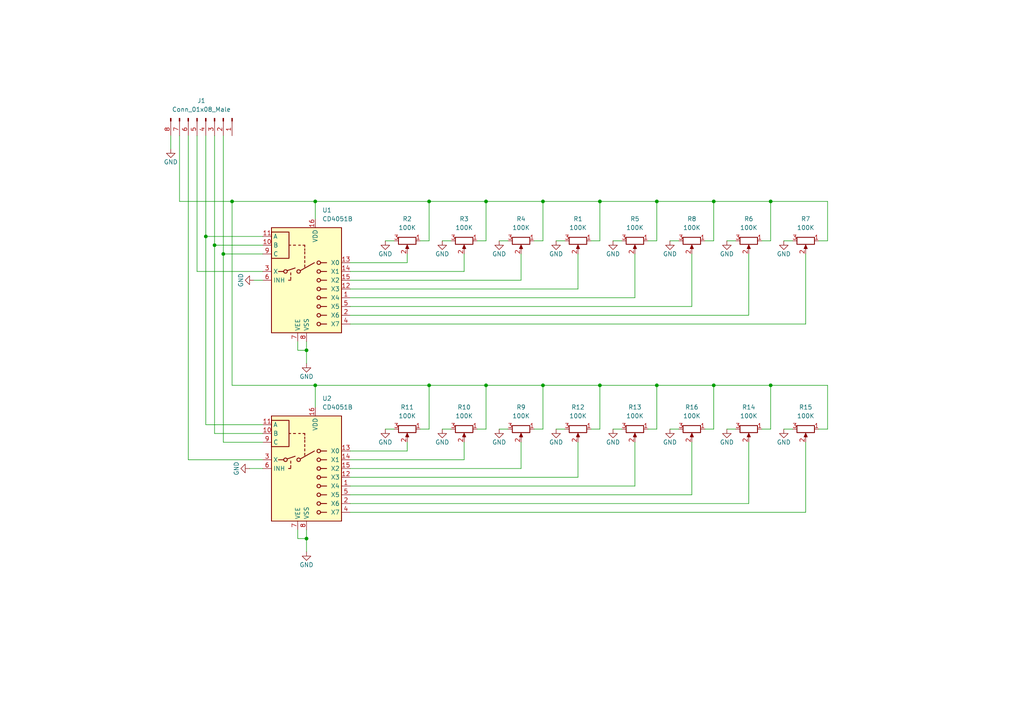
<source format=kicad_sch>
(kicad_sch (version 20211123) (generator eeschema)
  (paper "A4")
  (title_block (title "Daisy Seed Development Kit Potentiometer Array") (date "2023-11-05") (rev "1.0.1"))
  (lib_symbols
    (symbol "Analog_Switch:CD4051B"
      (property "Reference" "U" (at -10.16 16.51 0))
      (property "Value" "CD4051B" (at 3.81 16.51 0))
      (symbol "CD4051B_0_1"
        (rectangle (start -10.16 6.35) (end -5.08 13.97) (stroke (width 0.254)))
        (rectangle (start -10.16 15.24) (end 10.16 -15.24) (stroke (width 0.254)) (fill (type background)))
        (circle (center -6.096 2.54) (radius 0.508) (stroke (width 0.254)))
        (circle (center -2.286 2.54) (radius 0.508) (stroke (width 0.254)))
        (polyline (pts (xy -8.128 2.54) (xy -6.604 2.54)) (stroke (width 0.254)))
        (polyline (pts (xy -5.588 2.794) (xy -3.302 3.556)) (stroke (width 0.254)))
        (polyline (pts (xy -4.572 0) (xy -5.207 0)) (stroke (width 0.254)))
        (polyline (pts (xy -4.572 0.254) (xy -4.572 0.889)) (stroke (width 0.254)))
        (polyline (pts (xy -4.572 1.524) (xy -4.572 2.159)) (stroke (width 0.254)))
        (polyline (pts (xy -4.572 10.16) (xy -5.08 10.16)) (stroke (width 0.254)))
        (polyline (pts (xy -3.81 10.16) (xy -3.175 10.16)) (stroke (width 0.254)))
        (polyline (pts (xy -1.778 2.794) (xy 2.286 5.08)) (stroke (width 0.254)))
        (polyline (pts (xy -1.778 10.16) (xy -2.286 10.16)) (stroke (width 0.254)))
        (polyline (pts (xy -0.508 3.81) (xy -0.508 4.445)) (stroke (width 0.254)))
        (polyline (pts (xy -0.508 5.08) (xy -0.508 5.715)) (stroke (width 0.254)))
        (polyline (pts (xy -0.508 6.35) (xy -0.508 6.985)) (stroke (width 0.254)))
        (polyline (pts (xy -0.508 7.62) (xy -0.508 8.255)) (stroke (width 0.254)))
        (polyline (pts (xy -0.508 8.636) (xy -0.508 9.144)) (stroke (width 0.254)))
        (polyline (pts (xy -0.508 9.652) (xy -0.508 10.16)) (stroke (width 0.254)))
        (polyline (pts (xy -0.508 10.16) (xy -1.016 10.16)) (stroke (width 0.254)))
        (polyline (pts (xy 4.064 -12.7) (xy 5.842 -12.7)) (stroke (width 0.254)))
        (polyline (pts (xy 4.064 -10.16) (xy 5.842 -10.16)) (stroke (width 0.254)))
        (polyline (pts (xy 4.064 -7.62) (xy 5.842 -7.62)) (stroke (width 0.254)))
        (polyline (pts (xy 4.064 -5.08) (xy 5.842 -5.08)) (stroke (width 0.254)))
        (polyline (pts (xy 4.064 -2.54) (xy 5.842 -2.54)) (stroke (width 0.254)))
        (polyline (pts (xy 4.064 0) (xy 5.842 0)) (stroke (width 0.254)))
        (polyline (pts (xy 4.064 2.54) (xy 5.842 2.54)) (stroke (width 0.254)))
        (polyline (pts (xy 4.064 5.08) (xy 5.842 5.08)) (stroke (width 0.254)))
        (circle (center 3.556 -12.7) (radius 0.508) (stroke (width 0.254)))
        (circle (center 3.556 -10.16) (radius 0.508) (stroke (width 0.254)))
        (circle (center 3.556 -7.62) (radius 0.508) (stroke (width 0.254)))
        (circle (center 3.556 -5.08) (radius 0.508) (stroke (width 0.254)))
        (circle (center 3.556 -2.54) (radius 0.508) (stroke (width 0.254)))
        (circle (center 3.556 0) (radius 0.508) (stroke (width 0.254)))
        (circle (center 3.556 2.54) (radius 0.508) (stroke (width 0.254)))
        (circle (center 3.556 5.08) (radius 0.508) (stroke (width 0.254)))
      )
      (symbol "CD4051B_1_1"
        (pin bidirectional line (at 12.7 -5.08 180) (length 2.54) (name "X4") (number "1"))
        (pin input line (at -12.7 10.16 0) (length 2.54) (name "B") (number "10"))
        (pin input line (at -12.7 12.7 0) (length 2.54) (name "A") (number "11"))
        (pin bidirectional line (at 12.7 -2.54 180) (length 2.54) (name "X3") (number "12"))
        (pin bidirectional line (at 12.7 5.08 180) (length 2.54) (name "X0") (number "13"))
        (pin bidirectional line (at 12.7 2.54 180) (length 2.54) (name "X1") (number "14"))
        (pin bidirectional line (at 12.7 0 180) (length 2.54) (name "X2") (number "15"))
        (pin power_in line (at 2.54 17.78 270) (length 2.54) (name "VDD") (number "16"))
        (pin bidirectional line (at 12.7 -10.16 180) (length 2.54) (name "X6") (number "2"))
        (pin bidirectional line (at -12.7 2.54 0) (length 2.54) (name "X") (number "3"))
        (pin bidirectional line (at 12.7 -12.7 180) (length 2.54) (name "X7") (number "4"))
        (pin bidirectional line (at 12.7 -7.62 180) (length 2.54) (name "X5") (number "5"))
        (pin input line (at -12.7 0 0) (length 2.54) (name "INH") (number "6"))
        (pin power_in line (at -2.54 -17.78 90) (length 2.54) (name "VEE") (number "7"))
        (pin power_in line (at 0 -17.78 90) (length 2.54) (name "VSS") (number "8"))
        (pin input line (at -12.7 7.62 0) (length 2.54) (name "C") (number "9"))
      )
    )
    (symbol "Connector:Conn_01x08_Male" (pin_names (offset 1.016) hide)
      (property "Reference" "J" (at 0 10.16 0))
      (property "Value" "Conn_01x08_Male" (at 0 -12.7 0))
      (symbol "Conn_01x08_Male_1_1"
        (polyline (pts (xy 1.27 -10.16) (xy 0.8636 -10.16)) (stroke (width 0.1524)))
        (polyline (pts (xy 1.27 -7.62) (xy 0.8636 -7.62)) (stroke (width 0.1524)))
        (polyline (pts (xy 1.27 -5.08) (xy 0.8636 -5.08)) (stroke (width 0.1524)))
        (polyline (pts (xy 1.27 -2.54) (xy 0.8636 -2.54)) (stroke (width 0.1524)))
        (polyline (pts (xy 1.27 0) (xy 0.8636 0)) (stroke (width 0.1524)))
        (polyline (pts (xy 1.27 2.54) (xy 0.8636 2.54)) (stroke (width 0.1524)))
        (polyline (pts (xy 1.27 5.08) (xy 0.8636 5.08)) (stroke (width 0.1524)))
        (polyline (pts (xy 1.27 7.62) (xy 0.8636 7.62)) (stroke (width 0.1524)))
        (rectangle (start 0.8636 -10.033) (end 0 -10.287) (stroke (width 0.1524)) (fill (type outline)))
        (rectangle (start 0.8636 -7.493) (end 0 -7.747) (stroke (width 0.1524)) (fill (type outline)))
        (rectangle (start 0.8636 -4.953) (end 0 -5.207) (stroke (width 0.1524)) (fill (type outline)))
        (rectangle (start 0.8636 -2.413) (end 0 -2.667) (stroke (width 0.1524)) (fill (type outline)))
        (rectangle (start 0.8636 0.127) (end 0 -0.127) (stroke (width 0.1524)) (fill (type outline)))
        (rectangle (start 0.8636 2.667) (end 0 2.413) (stroke (width 0.1524)) (fill (type outline)))
        (rectangle (start 0.8636 5.207) (end 0 4.953) (stroke (width 0.1524)) (fill (type outline)))
        (rectangle (start 0.8636 7.747) (end 0 7.493) (stroke (width 0.1524)) (fill (type outline)))
        (pin passive line (at 5.08 7.62 180) (length 3.81) (name "Pin_1") (number "1"))
        (pin passive line (at 5.08 5.08 180) (length 3.81) (name "Pin_2") (number "2"))
        (pin passive line (at 5.08 2.54 180) (length 3.81) (name "Pin_3") (number "3"))
        (pin passive line (at 5.08 0 180) (length 3.81) (name "Pin_4") (number "4"))
        (pin passive line (at 5.08 -2.54 180) (length 3.81) (name "Pin_5") (number "5"))
        (pin passive line (at 5.08 -5.08 180) (length 3.81) (name "Pin_6") (number "6"))
        (pin passive line (at 5.08 -7.62 180) (length 3.81) (name "Pin_7") (number "7"))
        (pin passive line (at 5.08 -10.16 180) (length 3.81) (name "Pin_8") (number "8"))
      )
    )
    (symbol "Device:R_Potentiometer" (pin_names (offset 1.016) hide)
      (property "Reference" "RV" (at -4.445 0 90))
      (property "Value" "R_Potentiometer" (at -2.54 0 90))
      (symbol "R_Potentiometer_0_1"
        (polyline (pts (xy 2.54 0) (xy 1.524 0)))
        (polyline (pts (xy 1.143 0) (xy 2.286 0.508) (xy 2.286 -0.508) (xy 1.143 0)) (fill (type outline)))
        (rectangle (start 1.016 2.54) (end -1.016 -2.54) (stroke (width 0.254)))
      )
      (symbol "R_Potentiometer_1_1"
        (pin passive line (at 0 3.81 270) (length 1.27) (name "1") (number "1"))
        (pin passive line (at 3.81 0 180) (length 1.27) (name "2") (number "2"))
        (pin passive line (at 0 -3.81 90) (length 1.27) (name "3") (number "3"))
      )
    )
    (symbol "power:GND" (power) (pin_names (offset 0))
      (property "Value" "GND" (at 0 -3.81 0))
      (symbol "GND_0_1"
        (polyline (pts (xy 0 0) (xy 0 -1.27) (xy 1.27 -1.27) (xy 0 -2.54) (xy -1.27 -1.27) (xy 0 -1.27)))
      )
      (symbol "GND_1_1"
        (pin power_in line (at 0 0 270) (length 0) hide (name "GND") (number "1"))
      )
    )
  )
  (junction (at 140.97 58.42))
  (junction (at 91.44 111.76))
  (junction (at 173.99 58.42))
  (junction (at 157.48 111.76))
  (junction (at 207.01 58.42))
  (junction (at 88.9 101.6))
  (junction (at 64.77 73.66))
  (junction (at 157.48 58.42))
  (junction (at 124.46 111.76))
  (junction (at 173.99 111.76))
  (junction (at 190.5 58.42))
  (junction (at 62.23 71.12))
  (junction (at 207.01 111.76))
  (junction (at 88.9 156.21))
  (junction (at 140.97 111.76))
  (junction (at 223.52 58.42))
  (junction (at 124.46 58.42))
  (junction (at 59.69 68.58))
  (junction (at 91.44 58.42))
  (junction (at 190.5 111.76))
  (junction (at 223.52 111.76))
  (junction (at 67.31 58.42))
  (wire (pts (xy 101.6 146.05) (xy 217.17 146.05)))
  (wire (pts (xy 88.9 105.41) (xy 88.9 101.6)))
  (wire (pts (xy 140.97 111.76) (xy 157.48 111.76)))
  (wire (pts (xy 207.01 58.42) (xy 223.52 58.42)))
  (wire (pts (xy 101.6 88.9) (xy 200.66 88.9)))
  (wire (pts (xy 52.07 39.37) (xy 52.07 58.42)))
  (wire (pts (xy 101.6 81.28) (xy 151.13 81.28)))
  (wire (pts (xy 54.61 39.37) (xy 54.61 133.35)))
  (wire (pts (xy 121.92 124.46) (xy 124.46 124.46)))
  (wire (pts (xy 204.47 124.46) (xy 207.01 124.46)))
  (wire (pts (xy 157.48 111.76) (xy 173.99 111.76)))
  (wire (pts (xy 64.77 39.37) (xy 64.77 73.66)))
  (wire (pts (xy 101.6 86.36) (xy 184.15 86.36)))
  (wire (pts (xy 237.49 124.46) (xy 240.03 124.46)))
  (wire (pts (xy 101.6 143.51) (xy 200.66 143.51)))
  (wire (pts (xy 220.98 69.85) (xy 223.52 69.85)))
  (wire (pts (xy 118.11 130.81) (xy 101.6 130.81)))
  (wire (pts (xy 187.96 124.46) (xy 190.5 124.46)))
  (wire (pts (xy 76.2 128.27) (xy 64.77 128.27)))
  (wire (pts (xy 161.29 124.46) (xy 163.83 124.46)))
  (wire (pts (xy 190.5 111.76) (xy 190.5 124.46)))
  (wire (pts (xy 76.2 78.74) (xy 57.15 78.74)))
  (wire (pts (xy 167.64 138.43) (xy 167.64 128.27)))
  (wire (pts (xy 57.15 78.74) (xy 57.15 39.37)))
  (wire (pts (xy 138.43 69.85) (xy 140.97 69.85)))
  (wire (pts (xy 91.44 58.42) (xy 67.31 58.42)))
  (wire (pts (xy 223.52 111.76) (xy 240.03 111.76)))
  (wire (pts (xy 101.6 93.98) (xy 233.68 93.98)))
  (wire (pts (xy 204.47 69.85) (xy 207.01 69.85)))
  (wire (pts (xy 237.49 69.85) (xy 240.03 69.85)))
  (wire (pts (xy 217.17 146.05) (xy 217.17 128.27)))
  (wire (pts (xy 151.13 81.28) (xy 151.13 73.66)))
  (wire (pts (xy 52.07 58.42) (xy 67.31 58.42)))
  (wire (pts (xy 101.6 140.97) (xy 184.15 140.97)))
  (wire (pts (xy 154.94 69.85) (xy 157.48 69.85)))
  (wire (pts (xy 88.9 160.02) (xy 88.9 156.21)))
  (wire (pts (xy 59.69 39.37) (xy 59.69 68.58)))
  (wire (pts (xy 86.36 99.06) (xy 86.36 101.6)))
  (wire (pts (xy 173.99 111.76) (xy 173.99 124.46)))
  (wire (pts (xy 190.5 58.42) (xy 190.5 69.85)))
  (wire (pts (xy 154.94 124.46) (xy 157.48 124.46)))
  (wire (pts (xy 73.66 81.28) (xy 76.2 81.28)))
  (wire (pts (xy 220.98 124.46) (xy 223.52 124.46)))
  (wire (pts (xy 223.52 58.42) (xy 240.03 58.42)))
  (wire (pts (xy 140.97 58.42) (xy 157.48 58.42)))
  (wire (pts (xy 207.01 111.76) (xy 223.52 111.76)))
  (wire (pts (xy 111.76 69.85) (xy 114.3 69.85)))
  (wire (pts (xy 200.66 143.51) (xy 200.66 128.27)))
  (wire (pts (xy 76.2 73.66) (xy 64.77 73.66)))
  (wire (pts (xy 124.46 111.76) (xy 124.46 124.46)))
  (wire (pts (xy 101.6 135.89) (xy 151.13 135.89)))
  (wire (pts (xy 184.15 86.36) (xy 184.15 73.66)))
  (wire (pts (xy 194.31 69.85) (xy 196.85 69.85)))
  (wire (pts (xy 124.46 58.42) (xy 124.46 69.85)))
  (wire (pts (xy 134.62 133.35) (xy 134.62 128.27)))
  (wire (pts (xy 227.33 69.85) (xy 229.87 69.85)))
  (wire (pts (xy 101.6 83.82) (xy 167.64 83.82)))
  (wire (pts (xy 171.45 124.46) (xy 173.99 124.46)))
  (wire (pts (xy 140.97 111.76) (xy 140.97 124.46)))
  (wire (pts (xy 144.78 69.85) (xy 147.32 69.85)))
  (wire (pts (xy 64.77 73.66) (xy 64.77 128.27)))
  (wire (pts (xy 173.99 111.76) (xy 190.5 111.76)))
  (wire (pts (xy 134.62 78.74) (xy 134.62 73.66)))
  (wire (pts (xy 173.99 58.42) (xy 190.5 58.42)))
  (wire (pts (xy 138.43 124.46) (xy 140.97 124.46)))
  (wire (pts (xy 76.2 68.58) (xy 59.69 68.58)))
  (wire (pts (xy 227.33 124.46) (xy 229.87 124.46)))
  (wire (pts (xy 88.9 156.21) (xy 88.9 153.67)))
  (wire (pts (xy 101.6 148.59) (xy 233.68 148.59)))
  (wire (pts (xy 184.15 140.97) (xy 184.15 128.27)))
  (wire (pts (xy 210.82 69.85) (xy 213.36 69.85)))
  (wire (pts (xy 86.36 101.6) (xy 88.9 101.6)))
  (wire (pts (xy 233.68 93.98) (xy 233.68 73.66)))
  (wire (pts (xy 207.01 111.76) (xy 207.01 124.46)))
  (wire (pts (xy 72.39 135.89) (xy 76.2 135.89)))
  (wire (pts (xy 124.46 58.42) (xy 140.97 58.42)))
  (wire (pts (xy 76.2 123.19) (xy 59.69 123.19)))
  (wire (pts (xy 128.27 69.85) (xy 130.81 69.85)))
  (wire (pts (xy 111.76 124.46) (xy 114.3 124.46)))
  (wire (pts (xy 118.11 73.66) (xy 118.11 76.2)))
  (wire (pts (xy 207.01 58.42) (xy 207.01 69.85)))
  (wire (pts (xy 161.29 69.85) (xy 163.83 69.85)))
  (wire (pts (xy 76.2 71.12) (xy 62.23 71.12)))
  (wire (pts (xy 76.2 125.73) (xy 62.23 125.73)))
  (wire (pts (xy 54.61 133.35) (xy 76.2 133.35)))
  (wire (pts (xy 187.96 69.85) (xy 190.5 69.85)))
  (wire (pts (xy 86.36 156.21) (xy 88.9 156.21)))
  (wire (pts (xy 91.44 111.76) (xy 67.31 111.76)))
  (wire (pts (xy 240.03 58.42) (xy 240.03 69.85)))
  (wire (pts (xy 101.6 133.35) (xy 134.62 133.35)))
  (wire (pts (xy 157.48 111.76) (xy 157.48 124.46)))
  (wire (pts (xy 101.6 78.74) (xy 134.62 78.74)))
  (wire (pts (xy 173.99 58.42) (xy 173.99 69.85)))
  (wire (pts (xy 210.82 124.46) (xy 213.36 124.46)))
  (wire (pts (xy 49.53 39.37) (xy 49.53 43.18)))
  (wire (pts (xy 194.31 124.46) (xy 196.85 124.46)))
  (wire (pts (xy 101.6 91.44) (xy 217.17 91.44)))
  (wire (pts (xy 118.11 128.27) (xy 118.11 130.81)))
  (wire (pts (xy 223.52 58.42) (xy 223.52 69.85)))
  (wire (pts (xy 59.69 68.58) (xy 59.69 123.19)))
  (wire (pts (xy 91.44 58.42) (xy 91.44 63.5)))
  (wire (pts (xy 177.8 124.46) (xy 180.34 124.46)))
  (wire (pts (xy 233.68 148.59) (xy 233.68 128.27)))
  (wire (pts (xy 118.11 76.2) (xy 101.6 76.2)))
  (wire (pts (xy 121.92 69.85) (xy 124.46 69.85)))
  (wire (pts (xy 167.64 83.82) (xy 167.64 73.66)))
  (wire (pts (xy 124.46 111.76) (xy 140.97 111.76)))
  (wire (pts (xy 86.36 153.67) (xy 86.36 156.21)))
  (wire (pts (xy 62.23 71.12) (xy 62.23 125.73)))
  (wire (pts (xy 62.23 39.37) (xy 62.23 71.12)))
  (wire (pts (xy 91.44 111.76) (xy 124.46 111.76)))
  (wire (pts (xy 157.48 58.42) (xy 173.99 58.42)))
  (wire (pts (xy 91.44 111.76) (xy 91.44 118.11)))
  (wire (pts (xy 67.31 58.42) (xy 67.31 111.76)))
  (wire (pts (xy 217.17 91.44) (xy 217.17 73.66)))
  (wire (pts (xy 91.44 58.42) (xy 124.46 58.42)))
  (wire (pts (xy 171.45 69.85) (xy 173.99 69.85)))
  (wire (pts (xy 240.03 111.76) (xy 240.03 124.46)))
  (wire (pts (xy 200.66 88.9) (xy 200.66 73.66)))
  (wire (pts (xy 140.97 58.42) (xy 140.97 69.85)))
  (wire (pts (xy 101.6 138.43) (xy 167.64 138.43)))
  (wire (pts (xy 223.52 111.76) (xy 223.52 124.46)))
  (wire (pts (xy 151.13 135.89) (xy 151.13 128.27)))
  (wire (pts (xy 157.48 58.42) (xy 157.48 69.85)))
  (wire (pts (xy 128.27 124.46) (xy 130.81 124.46)))
  (wire (pts (xy 144.78 124.46) (xy 147.32 124.46)))
  (wire (pts (xy 177.8 69.85) (xy 180.34 69.85)))
  (wire (pts (xy 190.5 111.76) (xy 207.01 111.76)))
  (wire (pts (xy 88.9 101.6) (xy 88.9 99.06)))
  (wire (pts (xy 190.5 58.42) (xy 207.01 58.42)))
  (symbol (lib_id "Device:R_Potentiometer") (at 167.64 69.85 270) (unit 1)
    (property "Reference" "R1" (at 167.64 63.5 90))
    (property "Value" "100K" (at 167.64 66.04 90))
    (property "Footprint" "Potentiometer_THT:Potentiometer_Bourns_PTV09A-1_Single_Vertical" (effects hide))
  )
  (symbol (lib_id "Device:R_Potentiometer") (at 118.11 124.46 270) (unit 1)
    (property "Reference" "R11" (at 118.11 118.11 90))
    (property "Value" "100K" (at 118.11 120.65 90))
    (property "Footprint" "Potentiometer_THT:Potentiometer_Bourns_PTV09A-1_Single_Vertical" (effects hide))
  )
  (symbol (lib_id "power:GND") (at 194.31 124.46 0) (unit 1)
    (property "Reference" "#PWR0115" (effects hide))
    (property "Value" "GND" (at 194.31 128.27 0))
  )
  (symbol (lib_id "power:GND") (at 210.82 69.85 0) (unit 1)
    (property "Reference" "#PWR0111" (effects hide))
    (property "Value" "GND" (at 210.82 73.66 0))
  )
  (symbol (lib_id "Device:R_Potentiometer") (at 167.64 124.46 270) (unit 1)
    (property "Reference" "R12" (at 167.64 118.11 90))
    (property "Value" "100K" (at 167.64 120.65 90))
    (property "Footprint" "Potentiometer_THT:Potentiometer_Bourns_PTV09A-1_Single_Vertical" (effects hide))
  )
  (symbol (lib_id "Device:R_Potentiometer") (at 217.17 69.85 270) (unit 1)
    (property "Reference" "R6" (at 217.17 63.5 90))
    (property "Value" "100K" (at 217.17 66.04 90))
    (property "Footprint" "Potentiometer_THT:Potentiometer_Bourns_PTV09A-1_Single_Vertical" (effects hide))
  )
  (symbol (lib_id "power:GND") (at 72.39 135.89 270) (mirror x) (unit 1)
    (property "Reference" "#PWR0107" (effects hide))
    (property "Value" "GND" (at 68.58 135.89 0))
  )
  (symbol (lib_id "power:GND") (at 177.8 124.46 0) (unit 1)
    (property "Reference" "#PWR0116" (effects hide))
    (property "Value" "GND" (at 177.8 128.27 0))
  )
  (symbol (lib_id "Device:R_Potentiometer") (at 200.66 69.85 270) (unit 1)
    (property "Reference" "R8" (at 200.66 63.5 90))
    (property "Value" "100K" (at 200.66 66.04 90))
    (property "Footprint" "Potentiometer_THT:Potentiometer_Bourns_PTV09A-1_Single_Vertical" (effects hide))
  )
  (symbol (lib_id "power:GND") (at 161.29 69.85 0) (unit 1)
    (property "Reference" "#PWR0110" (effects hide))
    (property "Value" "GND" (at 161.29 73.66 0))
  )
  (symbol (lib_id "Device:R_Potentiometer") (at 233.68 124.46 270) (unit 1)
    (property "Reference" "R15" (at 233.68 118.11 90))
    (property "Value" "100K" (at 233.68 120.65 90))
    (property "Footprint" "Potentiometer_THT:Potentiometer_Bourns_PTV09A-1_Single_Vertical" (effects hide))
  )
  (symbol (lib_id "power:GND") (at 210.82 124.46 0) (unit 1)
    (property "Reference" "#PWR0117" (effects hide))
    (property "Value" "GND" (at 210.82 128.27 0))
  )
  (symbol (lib_id "Device:R_Potentiometer") (at 217.17 124.46 270) (unit 1)
    (property "Reference" "R14" (at 217.17 118.11 90))
    (property "Value" "100K" (at 217.17 120.65 90))
    (property "Footprint" "Potentiometer_THT:Potentiometer_Bourns_PTV09A-1_Single_Vertical" (effects hide))
  )
  (symbol (lib_id "power:GND") (at 144.78 69.85 0) (unit 1)
    (property "Reference" "#PWR0102" (effects hide))
    (property "Value" "GND" (at 144.78 73.66 0))
  )
  (symbol (lib_id "power:GND") (at 177.8 69.85 0) (unit 1)
    (property "Reference" "#PWR0105" (effects hide))
    (property "Value" "GND" (at 177.8 73.66 0))
  )
  (symbol (lib_id "power:GND") (at 111.76 69.85 0) (unit 1)
    (property "Reference" "#PWR0103" (effects hide))
    (property "Value" "GND" (at 111.76 73.66 0))
  )
  (symbol (lib_id "Device:R_Potentiometer") (at 200.66 124.46 270) (unit 1)
    (property "Reference" "R16" (at 200.66 118.11 90))
    (property "Value" "100K" (at 200.66 120.65 90))
    (property "Footprint" "Potentiometer_THT:Potentiometer_Bourns_PTV09A-1_Single_Vertical" (effects hide))
  )
  (symbol (lib_id "power:GND") (at 88.9 105.41 0) (mirror y) (unit 1)
    (property "Reference" "#PWR0106" (effects hide))
    (property "Value" "GND" (at 88.9 109.22 0))
  )
  (symbol (lib_id "power:GND") (at 128.27 124.46 0) (unit 1)
    (property "Reference" "#PWR0119" (effects hide))
    (property "Value" "GND" (at 128.27 128.27 0))
  )
  (symbol (lib_id "Device:R_Potentiometer") (at 118.11 69.85 270) (unit 1)
    (property "Reference" "R2" (at 118.11 63.5 90))
    (property "Value" "100K" (at 118.11 66.04 90))
    (property "Footprint" "Potentiometer_THT:Potentiometer_Bourns_PTV09A-1_Single_Vertical" (effects hide))
  )
  (symbol (lib_id "power:GND") (at 161.29 124.46 0) (unit 1)
    (property "Reference" "#PWR0114" (effects hide))
    (property "Value" "GND" (at 161.29 128.27 0))
  )
  (symbol (lib_id "power:GND") (at 88.9 160.02 0) (mirror y) (unit 1)
    (property "Reference" "#PWR0104" (effects hide))
    (property "Value" "GND" (at 88.9 163.83 0))
  )
  (symbol (lib_id "Connector:Conn_01x08_Male") (at 59.69 34.29 270) (unit 1)
    (property "Reference" "J1" (at 58.42 29.21 90))
    (property "Value" "Conn_01x08_Male" (at 58.42 31.75 90))
    (property "Footprint" "Connector_PinSocket_2.54mm:PinSocket_1x08_P2.54mm_Vertical" (effects hide))
  )
  (symbol (lib_id "Device:R_Potentiometer") (at 134.62 69.85 270) (unit 1)
    (property "Reference" "R3" (at 134.62 63.5 90))
    (property "Value" "100K" (at 134.62 66.04 90))
    (property "Footprint" "Potentiometer_THT:Potentiometer_Bourns_PTV09A-1_Single_Vertical" (effects hide))
  )
  (symbol (lib_id "Device:R_Potentiometer") (at 233.68 69.85 270) (unit 1)
    (property "Reference" "R7" (at 233.68 63.5 90))
    (property "Value" "100K" (at 233.68 66.04 90))
    (property "Footprint" "Potentiometer_THT:Potentiometer_Bourns_PTV09A-1_Single_Vertical" (effects hide))
  )
  (symbol (lib_id "Analog_Switch:CD4051B") (at 88.9 81.28 0) (unit 1)
    (property "Reference" "U1" (at 93.4594 60.96 0) (effects (justify left)))
    (property "Value" "CD4051B" (at 93.4594 63.5 0) (effects (justify left)))
    (property "Footprint" "Package_DIP:DIP-16_W7.62mm" (effects hide))
    (property "Datasheet" "http://www.ti.com/lit/ds/symlink/cd4052b.pdf" (effects hide))
  )
  (symbol (lib_id "power:GND") (at 73.66 81.28 270) (mirror x) (unit 1)
    (property "Reference" "#PWR0108" (effects hide))
    (property "Value" "GND" (at 69.85 81.28 0))
  )
  (symbol (lib_id "Device:R_Potentiometer") (at 151.13 124.46 270) (unit 1)
    (property "Reference" "R9" (at 151.13 118.11 90))
    (property "Value" "100K" (at 151.13 120.65 90))
    (property "Footprint" "Potentiometer_THT:Potentiometer_Bourns_PTV09A-1_Single_Vertical" (effects hide))
  )
  (symbol (lib_id "power:GND") (at 194.31 69.85 0) (unit 1)
    (property "Reference" "#PWR0113" (effects hide))
    (property "Value" "GND" (at 194.31 73.66 0))
  )
  (symbol (lib_id "power:GND") (at 111.76 124.46 0) (unit 1)
    (property "Reference" "#PWR0120" (effects hide))
    (property "Value" "GND" (at 111.76 128.27 0))
  )
  (symbol (lib_id "Device:R_Potentiometer") (at 184.15 124.46 270) (unit 1)
    (property "Reference" "R13" (at 184.15 118.11 90))
    (property "Value" "100K" (at 184.15 120.65 90))
    (property "Footprint" "Potentiometer_THT:Potentiometer_Bourns_PTV09A-1_Single_Vertical" (effects hide))
  )
  (symbol (lib_id "power:GND") (at 144.78 124.46 0) (unit 1)
    (property "Reference" "#PWR0121" (effects hide))
    (property "Value" "GND" (at 144.78 128.27 0))
  )
  (symbol (lib_id "power:GND") (at 227.33 69.85 0) (unit 1)
    (property "Reference" "#PWR0112" (effects hide))
    (property "Value" "GND" (at 227.33 73.66 0))
  )
  (symbol (lib_id "Analog_Switch:CD4051B") (at 88.9 135.89 0) (unit 1)
    (property "Reference" "U2" (at 93.4594 115.57 0) (effects (justify left)))
    (property "Value" "CD4051B" (at 93.4594 118.11 0) (effects (justify left)))
    (property "Footprint" "Package_DIP:DIP-16_W7.62mm" (effects hide))
    (property "Datasheet" "http://www.ti.com/lit/ds/symlink/cd4052b.pdf" (effects hide))
  )
  (symbol (lib_id "Device:R_Potentiometer") (at 134.62 124.46 270) (unit 1)
    (property "Reference" "R10" (at 134.62 118.11 90))
    (property "Value" "100K" (at 134.62 120.65 90))
    (property "Footprint" "Potentiometer_THT:Potentiometer_Bourns_PTV09A-1_Single_Vertical" (effects hide))
  )
  (symbol (lib_id "Device:R_Potentiometer") (at 151.13 69.85 270) (unit 1)
    (property "Reference" "R4" (at 151.13 63.5 90))
    (property "Value" "100K" (at 151.13 66.04 90))
    (property "Footprint" "Potentiometer_THT:Potentiometer_Bourns_PTV09A-1_Single_Vertical" (effects hide))
  )
  (symbol (lib_id "power:GND") (at 227.33 124.46 0) (unit 1)
    (property "Reference" "#PWR0118" (effects hide))
    (property "Value" "GND" (at 227.33 128.27 0))
  )
  (symbol (lib_id "power:GND") (at 128.27 69.85 0) (unit 1)
    (property "Reference" "#PWR0101" (effects hide))
    (property "Value" "GND" (at 128.27 73.66 0))
  )
  (symbol (lib_id "Device:R_Potentiometer") (at 184.15 69.85 270) (unit 1)
    (property "Reference" "R5" (at 184.15 63.5 90))
    (property "Value" "100K" (at 184.15 66.04 90))
    (property "Footprint" "Potentiometer_THT:Potentiometer_Bourns_PTV09A-1_Single_Vertical" (effects hide))
  )
  (symbol (lib_id "power:GND") (at 49.53 43.18 0) (mirror y) (unit 1)
    (property "Reference" "#PWR0109" (effects hide))
    (property "Value" "GND" (at 49.53 46.99 0))
  )
)
</source>
